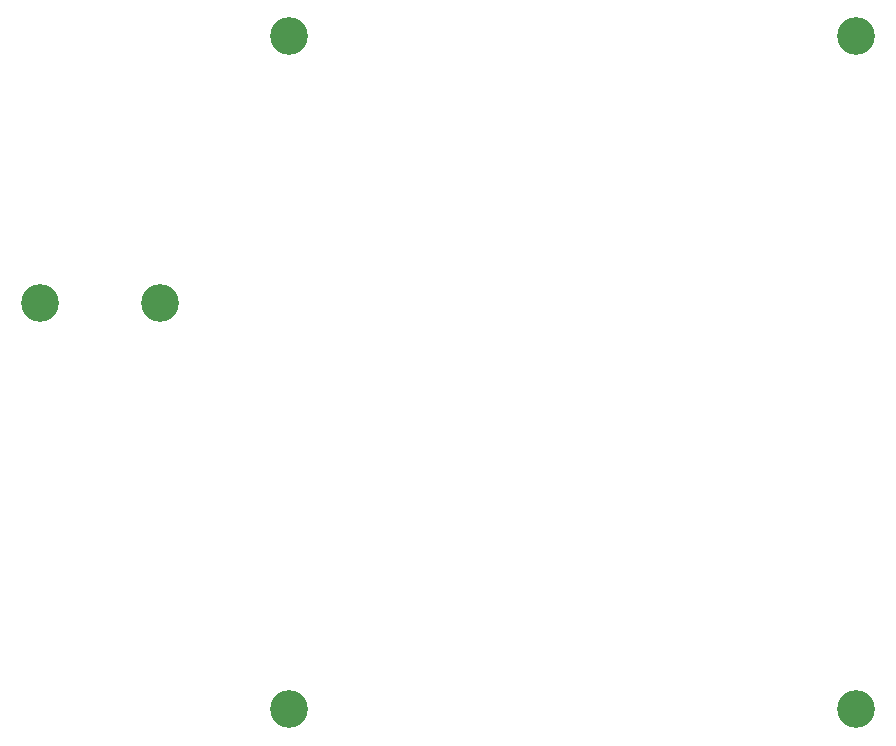
<source format=gbr>
%TF.GenerationSoftware,Novarm,DipTrace,3.3.1.3*%
%TF.CreationDate,2023-12-10T18:24:34+00:00*%
%FSLAX35Y35*%
%MOMM*%
%TF.FileFunction,NonPlated,1,2,NPTH,Drill*%
%TF.Part,Single*%
%TA.AperFunction,MechanicalDrill*%
%ADD56C,3.2*%
G75*
G01*
D56*
X1308500Y3837999D3*
X292500D3*
X2400000Y400000D3*
X7200000D3*
Y6100000D3*
X2400000D3*
M02*

</source>
